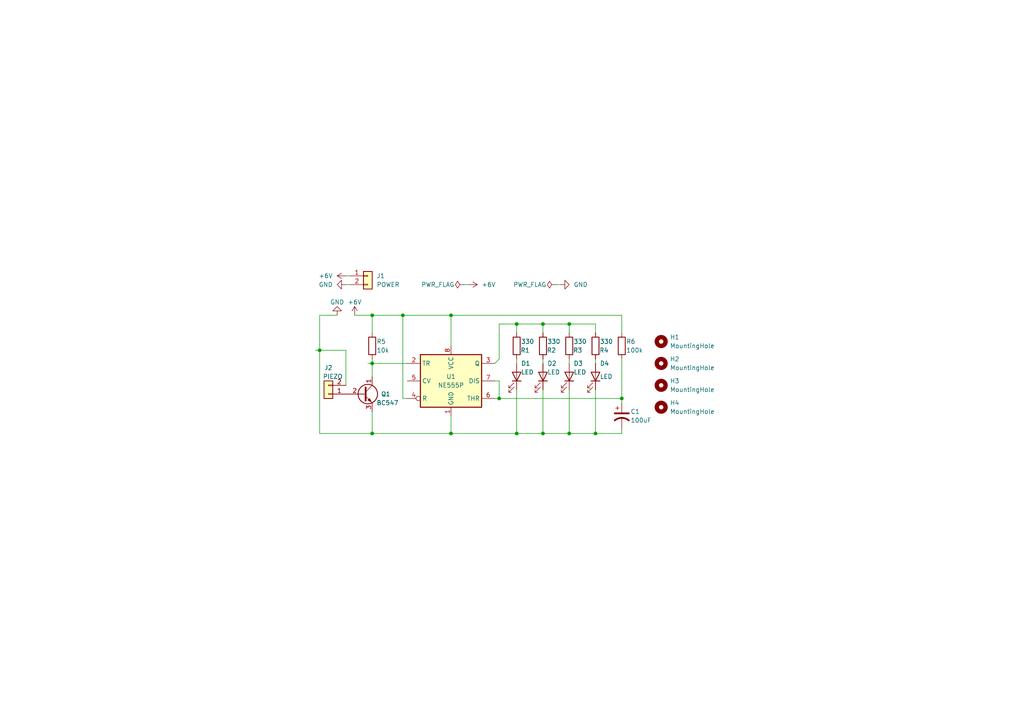
<source format=kicad_sch>
(kicad_sch (version 20211123) (generator eeschema)
  (paper "A4")
  (lib_symbols
    (symbol "Connector_Generic:Conn_01x02" (pin_names (offset 1.016) hide)
      (property "Reference" "J" (at 0 2.54 0))
      (property "Value" "Conn_01x02" (at 0 -5.08 0))
      (symbol "Conn_01x02_1_1"
        (rectangle (start -1.27 -2.413) (end 0 -2.667) (stroke (width 0.1524)))
        (rectangle (start -1.27 0.127) (end 0 -0.127) (stroke (width 0.1524)))
        (rectangle (start -1.27 1.27) (end 1.27 -3.81) (stroke (width 0.254)) (fill (type background)))
        (pin passive line (at -5.08 0 0) (length 3.81) (name "Pin_1") (number "1"))
        (pin passive line (at -5.08 -2.54 0) (length 3.81) (name "Pin_2") (number "2"))
      )
    )
    (symbol "Device:C_Polarized_US" (pin_numbers hide) (pin_names (offset 0.254) hide)
      (property "Reference" "C" (at 0.635 2.54 0))
      (property "Value" "C_Polarized_US" (at 0.635 -2.54 0))
      (symbol "C_Polarized_US_0_1"
        (polyline (pts (xy -2.032 0.762) (xy 2.032 0.762)) (stroke (width 0.508)))
        (polyline (pts (xy -1.778 2.286) (xy -0.762 2.286)))
        (polyline (pts (xy -1.27 1.778) (xy -1.27 2.794)))
        (arc (start 2.032 -1.27) (mid 0 -0.5572) (end -2.032 -1.27) (stroke (width 0.508)))
      )
      (symbol "C_Polarized_US_1_1"
        (pin passive line (at 0 3.81 270) (length 2.794) (name "~") (number "1"))
        (pin passive line (at 0 -3.81 90) (length 3.302) (name "~") (number "2"))
      )
    )
    (symbol "Device:LED" (pin_numbers hide) (pin_names (offset 1.016) hide)
      (property "Reference" "D" (at 0 2.54 0))
      (property "Value" "LED" (at 0 -2.54 0))
      (symbol "LED_0_1"
        (polyline (pts (xy -1.27 -1.27) (xy -1.27 1.27)) (stroke (width 0.254)))
        (polyline (pts (xy -1.27 0) (xy 1.27 0)))
        (polyline (pts (xy 1.27 -1.27) (xy 1.27 1.27) (xy -1.27 0) (xy 1.27 -1.27)) (stroke (width 0.254)))
        (polyline (pts (xy -3.048 -0.762) (xy -4.572 -2.286) (xy -3.81 -2.286) (xy -4.572 -2.286) (xy -4.572 -1.524)))
        (polyline (pts (xy -1.778 -0.762) (xy -3.302 -2.286) (xy -2.54 -2.286) (xy -3.302 -2.286) (xy -3.302 -1.524)))
      )
      (symbol "LED_1_1"
        (pin passive line (at -3.81 0 0) (length 2.54) (name "K") (number "1"))
        (pin passive line (at 3.81 0 180) (length 2.54) (name "A") (number "2"))
      )
    )
    (symbol "Device:R" (pin_numbers hide) (pin_names (offset 0))
      (property "Reference" "R" (at 2.032 0 90))
      (property "Value" "R" (at 0 0 90))
      (symbol "R_0_1"
        (rectangle (start -1.016 -2.54) (end 1.016 2.54) (stroke (width 0.254)))
      )
      (symbol "R_1_1"
        (pin passive line (at 0 3.81 270) (length 1.27) (name "~") (number "1"))
        (pin passive line (at 0 -3.81 90) (length 1.27) (name "~") (number "2"))
      )
    )
    (symbol "Mechanical:MountingHole" (pin_names (offset 1.016))
      (property "Reference" "H" (at 0 5.08 0))
      (property "Value" "MountingHole" (at 0 3.175 0))
      (symbol "MountingHole_0_1"
        (circle (center 0 0) (radius 1.27) (stroke (width 1.27)))
      )
    )
    (symbol "Timer:NE555P"
      (property "Reference" "U" (at -10.16 8.89 0))
      (property "Value" "NE555P" (at 2.54 8.89 0))
      (symbol "NE555P_0_0"
        (pin power_in line (at 0 -10.16 90) (length 2.54) (name "GND") (number "1"))
        (pin power_in line (at 0 10.16 270) (length 2.54) (name "VCC") (number "8"))
      )
      (symbol "NE555P_0_1"
        (rectangle (start -8.89 -7.62) (end 8.89 7.62) (stroke (width 0.254)) (fill (type background)))
        (rectangle (start -8.89 -7.62) (end 8.89 7.62) (stroke (width 0.254)) (fill (type background)))
      )
      (symbol "NE555P_1_1"
        (pin input line (at -12.7 5.08 0) (length 3.81) (name "TR") (number "2"))
        (pin output line (at 12.7 5.08 180) (length 3.81) (name "Q") (number "3"))
        (pin input inverted (at -12.7 -5.08 0) (length 3.81) (name "R") (number "4"))
        (pin input line (at -12.7 0 0) (length 3.81) (name "CV") (number "5"))
        (pin input line (at 12.7 -5.08 180) (length 3.81) (name "THR") (number "6"))
        (pin input line (at 12.7 0 180) (length 3.81) (name "DIS") (number "7"))
      )
    )
    (symbol "Transistor_BJT:BC547" (pin_names (offset 0) hide)
      (property "Reference" "Q" (at 5.08 1.905 0))
      (property "Value" "BC547" (at 5.08 0 0))
      (symbol "BC547_0_1"
        (polyline (pts (xy 0 0) (xy 0.635 0)))
        (polyline (pts (xy 0.635 0.635) (xy 2.54 2.54)))
        (polyline (pts (xy 0.635 -0.635) (xy 2.54 -2.54) (xy 2.54 -2.54)))
        (polyline (pts (xy 0.635 1.905) (xy 0.635 -1.905) (xy 0.635 -1.905)) (stroke (width 0.508)))
        (polyline (pts (xy 1.27 -1.778) (xy 1.778 -1.27) (xy 2.286 -2.286) (xy 1.27 -1.778) (xy 1.27 -1.778)) (fill (type outline)))
        (circle (center 1.27 0) (radius 2.8194) (stroke (width 0.254)))
      )
      (symbol "BC547_1_1"
        (pin passive line (at 2.54 5.08 270) (length 2.54) (name "C") (number "1"))
        (pin input line (at -5.08 0 0) (length 5.08) (name "B") (number "2"))
        (pin passive line (at 2.54 -5.08 90) (length 2.54) (name "E") (number "3"))
      )
    )
    (symbol "power:+6V" (power) (pin_names (offset 0))
      (property "Value" "+6V" (at 0 3.556 0))
      (symbol "+6V_0_1"
        (polyline (pts (xy -0.762 1.27) (xy 0 2.54)))
        (polyline (pts (xy 0 0) (xy 0 2.54)))
        (polyline (pts (xy 0 2.54) (xy 0.762 1.27)))
      )
      (symbol "+6V_1_1"
        (pin power_in line (at 0 0 90) (length 0) hide (name "+6V") (number "1"))
      )
    )
    (symbol "power:GND" (power) (pin_names (offset 0))
      (property "Value" "GND" (at 0 -3.81 0))
      (symbol "GND_0_1"
        (polyline (pts (xy 0 0) (xy 0 -1.27) (xy 1.27 -1.27) (xy 0 -2.54) (xy -1.27 -1.27) (xy 0 -1.27)))
      )
      (symbol "GND_1_1"
        (pin power_in line (at 0 0 270) (length 0) hide (name "GND") (number "1"))
      )
    )
    (symbol "power:PWR_FLAG" (power) (pin_numbers hide) (pin_names (offset 0) hide)
      (property "Value" "PWR_FLAG" (at 0 3.81 0))
      (symbol "PWR_FLAG_0_0"
        (pin power_out line (at 0 0 90) (length 0) (name "pwr") (number "1"))
      )
      (symbol "PWR_FLAG_0_1"
        (polyline (pts (xy 0 0) (xy 0 1.27) (xy -1.016 1.905) (xy 0 2.54) (xy 1.016 1.905) (xy 0 1.27)))
      )
    )
  )
  (junction (at 149.86 93.98))
  (junction (at 149.86 125.73))
  (junction (at 130.81 125.73))
  (junction (at 157.48 93.98))
  (junction (at 107.95 91.44))
  (junction (at 165.1 93.98))
  (junction (at 130.81 91.44))
  (junction (at 144.78 115.57))
  (junction (at 107.95 105.41))
  (junction (at 92.71 101.6))
  (junction (at 180.34 115.57))
  (junction (at 157.48 125.73))
  (junction (at 165.1 125.73))
  (junction (at 116.84 91.44))
  (junction (at 172.72 125.73))
  (junction (at 107.95 125.73))
  (wire (pts (xy 92.71 91.44) (xy 92.71 101.6)))
  (wire (pts (xy 165.1 93.98) (xy 172.72 93.98)))
  (wire (pts (xy 144.78 93.98) (xy 149.86 93.98)))
  (wire (pts (xy 149.86 93.98) (xy 149.86 96.52)))
  (wire (pts (xy 92.71 125.73) (xy 107.95 125.73)))
  (wire (pts (xy 144.78 115.57) (xy 180.34 115.57)))
  (wire (pts (xy 143.51 105.41) (xy 144.78 104.14)))
  (wire (pts (xy 165.1 125.73) (xy 172.72 125.73)))
  (wire (pts (xy 107.95 91.44) (xy 116.84 91.44)))
  (wire (pts (xy 107.95 105.41) (xy 107.95 109.22)))
  (wire (pts (xy 130.81 125.73) (xy 149.86 125.73)))
  (wire (pts (xy 157.48 113.03) (xy 157.48 125.73)))
  (wire (pts (xy 143.51 110.49) (xy 144.78 110.49)))
  (wire (pts (xy 116.84 91.44) (xy 130.81 91.44)))
  (wire (pts (xy 172.72 93.98) (xy 172.72 96.52)))
  (wire (pts (xy 100.33 82.55) (xy 101.6 82.55)))
  (wire (pts (xy 172.72 113.03) (xy 172.72 125.73)))
  (wire (pts (xy 165.1 93.98) (xy 165.1 96.52)))
  (wire (pts (xy 157.48 104.14) (xy 157.48 105.41)))
  (wire (pts (xy 144.78 104.14) (xy 144.78 93.98)))
  (wire (pts (xy 130.81 91.44) (xy 130.81 100.33)))
  (wire (pts (xy 157.48 93.98) (xy 165.1 93.98)))
  (wire (pts (xy 106.68 105.41) (xy 107.95 105.41)))
  (wire (pts (xy 92.71 91.44) (xy 97.79 91.44)))
  (wire (pts (xy 107.95 119.38) (xy 107.95 125.73)))
  (wire (pts (xy 116.84 115.57) (xy 116.84 91.44)))
  (wire (pts (xy 149.86 125.73) (xy 157.48 125.73)))
  (wire (pts (xy 180.34 104.14) (xy 180.34 115.57)))
  (wire (pts (xy 165.1 104.14) (xy 165.1 105.41)))
  (wire (pts (xy 172.72 125.73) (xy 180.34 125.73)))
  (wire (pts (xy 130.81 91.44) (xy 180.34 91.44)))
  (wire (pts (xy 144.78 110.49) (xy 144.78 115.57)))
  (wire (pts (xy 107.95 125.73) (xy 130.81 125.73)))
  (wire (pts (xy 161.29 82.55) (xy 162.56 82.55)))
  (wire (pts (xy 107.95 91.44) (xy 107.95 96.52)))
  (wire (pts (xy 100.33 101.6) (xy 100.33 111.76)))
  (wire (pts (xy 157.48 93.98) (xy 157.48 96.52)))
  (wire (pts (xy 92.71 101.6) (xy 100.33 101.6)))
  (wire (pts (xy 149.86 113.03) (xy 149.86 125.73)))
  (wire (pts (xy 107.95 105.41) (xy 118.11 105.41)))
  (wire (pts (xy 130.81 120.65) (xy 130.81 125.73)))
  (wire (pts (xy 134.62 82.55) (xy 135.89 82.55)))
  (wire (pts (xy 118.11 115.57) (xy 116.84 115.57)))
  (wire (pts (xy 180.34 124.46) (xy 180.34 125.73)))
  (wire (pts (xy 149.86 104.14) (xy 149.86 105.41)))
  (wire (pts (xy 180.34 91.44) (xy 180.34 96.52)))
  (wire (pts (xy 180.34 115.57) (xy 180.34 116.84)))
  (wire (pts (xy 165.1 113.03) (xy 165.1 125.73)))
  (wire (pts (xy 143.51 115.57) (xy 144.78 115.57)))
  (wire (pts (xy 157.48 125.73) (xy 165.1 125.73)))
  (wire (pts (xy 92.71 101.6) (xy 92.71 125.73)))
  (wire (pts (xy 149.86 93.98) (xy 157.48 93.98)))
  (wire (pts (xy 102.87 91.44) (xy 107.95 91.44)))
  (wire (pts (xy 107.95 104.14) (xy 107.95 105.41)))
  (wire (pts (xy 172.72 104.14) (xy 172.72 105.41)))
  (wire (pts (xy 100.33 80.01) (xy 101.6 80.01)))
  (wire (pts (xy 91.44 101.6) (xy 92.71 101.6)))
  (symbol (lib_id "Device:C_Polarized_US") (at 180.34 120.65 0) (unit 1)
    (property "Reference" "C1" (at 182.88 119.38 0) (effects (justify left)))
    (property "Value" "100uF" (at 182.88 121.92 0) (effects (justify left)))
    (property "Footprint" "Capacitor_THT:C_Radial_D8.0mm_H11.5mm_P3.50mm" (effects hide))
  )
  (symbol (lib_id "power:GND") (at 97.79 91.44 180) (unit 1)
    (property "Reference" "#PWR01" (effects hide))
    (property "Value" "GND" (at 97.79 87.63 0))
  )
  (symbol (lib_id "Mechanical:MountingHole") (at 191.77 118.11 0) (unit 1)
    (property "Reference" "H4" (at 194.31 116.8399 0) (effects (justify left)))
    (property "Value" "MountingHole" (at 194.31 119.3799 0) (effects (justify left)))
    (property "Footprint" "MountingHole:MountingHole_2.5mm" (effects hide))
  )
  (symbol (lib_id "power:PWR_FLAG") (at 161.29 82.55 90) (unit 1)
    (property "Reference" "#FLG02" (effects hide))
    (property "Value" "PWR_FLAG" (at 153.67 82.55 90))
  )
  (symbol (lib_id "power:GND") (at 100.33 82.55 270) (unit 1)
    (property "Reference" "#PWR06" (effects hide))
    (property "Value" "GND" (at 96.52 82.55 90) (effects (justify right)))
  )
  (symbol (lib_id "Device:R") (at 149.86 100.33 0) (unit 1)
    (property "Reference" "R1" (at 153.67 101.6 0) (effects (justify right)))
    (property "Value" "330" (at 154.94 99.06 0) (effects (justify right)))
    (property "Footprint" "Resistor_THT:R_Axial_DIN0207_L6.3mm_D2.5mm_P10.16mm_Horizontal" (effects hide))
  )
  (symbol (lib_id "Connector_Generic:Conn_01x02") (at 106.68 80.01 0) (unit 1)
    (property "Reference" "J1" (at 109.22 80.0099 0) (effects (justify left)))
    (property "Value" "POWER" (at 109.22 82.5499 0) (effects (justify left)))
    (property "Footprint" "Connector_PinHeader_2.54mm:PinHeader_1x02_P2.54mm_Horizontal" (effects hide))
  )
  (symbol (lib_id "Device:LED") (at 157.48 109.22 270) (mirror x) (unit 1)
    (property "Reference" "D2" (at 158.75 105.41 90) (effects (justify left)))
    (property "Value" "LED" (at 158.75 107.95 90) (effects (justify left)))
    (property "Footprint" "LED_THT:LED_D5.0mm" (effects hide))
  )
  (symbol (lib_id "Device:LED") (at 149.86 109.22 270) (mirror x) (unit 1)
    (property "Reference" "D1" (at 151.13 105.41 90) (effects (justify left)))
    (property "Value" "LED" (at 151.13 107.95 90) (effects (justify left)))
    (property "Footprint" "LED_THT:LED_D5.0mm" (effects hide))
  )
  (symbol (lib_id "Mechanical:MountingHole") (at 191.77 111.76 0) (unit 1)
    (property "Reference" "H3" (at 194.31 110.4899 0) (effects (justify left)))
    (property "Value" "MountingHole" (at 194.31 113.0299 0) (effects (justify left)))
    (property "Footprint" "MountingHole:MountingHole_2.5mm" (effects hide))
  )
  (symbol (lib_id "Device:LED") (at 165.1 109.22 270) (mirror x) (unit 1)
    (property "Reference" "D3" (at 166.37 105.41 90) (effects (justify left)))
    (property "Value" "LED" (at 166.37 107.95 90) (effects (justify left)))
    (property "Footprint" "LED_THT:LED_D5.0mm" (effects hide))
  )
  (symbol (lib_id "Device:LED") (at 172.72 109.22 270) (mirror x) (unit 1)
    (property "Reference" "D4" (at 173.99 105.41 90) (effects (justify left)))
    (property "Value" "LED" (at 173.99 109.22 90) (effects (justify left)))
    (property "Footprint" "LED_THT:LED_D5.0mm" (effects hide))
  )
  (symbol (lib_id "power:PWR_FLAG") (at 134.62 82.55 90) (unit 1)
    (property "Reference" "#FLG01" (effects hide))
    (property "Value" "PWR_FLAG" (at 127 82.55 90))
  )
  (symbol (lib_id "power:+6V") (at 102.87 91.44 0) (unit 1)
    (property "Reference" "#PWR02" (effects hide))
    (property "Value" "+6V" (at 102.87 87.63 0))
  )
  (symbol (lib_id "power:+6V") (at 135.89 82.55 270) (unit 1)
    (property "Reference" "#PWR03" (effects hide))
    (property "Value" "+6V" (at 139.7 82.55 90) (effects (justify left)))
  )
  (symbol (lib_id "Mechanical:MountingHole") (at 191.77 99.06 0) (unit 1)
    (property "Reference" "H1" (at 194.31 97.7899 0) (effects (justify left)))
    (property "Value" "MountingHole" (at 194.31 100.3299 0) (effects (justify left)))
    (property "Footprint" "MountingHole:MountingHole_2.5mm" (effects hide))
  )
  (symbol (lib_id "Device:R") (at 157.48 100.33 0) (unit 1)
    (property "Reference" "R2" (at 161.29 101.6 0) (effects (justify right)))
    (property "Value" "330" (at 162.56 99.06 0) (effects (justify right)))
    (property "Footprint" "Resistor_THT:R_Axial_DIN0207_L6.3mm_D2.5mm_P10.16mm_Horizontal" (effects hide))
  )
  (symbol (lib_id "Connector_Generic:Conn_01x02") (at 95.25 114.3 180) (unit 1)
    (property "Reference" "J2" (at 95.25 106.68 0))
    (property "Value" "PIEZO" (at 96.52 109.22 0))
    (property "Footprint" "Connector_PinHeader_2.54mm:PinHeader_1x02_P2.54mm_Horizontal" (effects hide))
  )
  (symbol (lib_id "Device:R") (at 107.95 100.33 180) (unit 1)
    (property "Reference" "R5" (at 109.22 99.06 0) (effects (justify right)))
    (property "Value" "10k" (at 109.22 101.6 0) (effects (justify right)))
    (property "Footprint" "Resistor_THT:R_Axial_DIN0207_L6.3mm_D2.5mm_P10.16mm_Horizontal" (effects hide))
  )
  (symbol (lib_id "Device:R") (at 172.72 100.33 0) (unit 1)
    (property "Reference" "R4" (at 176.53 101.6 0) (effects (justify right)))
    (property "Value" "330" (at 177.8 99.06 0) (effects (justify right)))
    (property "Footprint" "Resistor_THT:R_Axial_DIN0207_L6.3mm_D2.5mm_P10.16mm_Horizontal" (effects hide))
  )
  (symbol (lib_id "Device:R") (at 180.34 100.33 0) (unit 1)
    (property "Reference" "R6" (at 181.61 99.06 0) (effects (justify left)))
    (property "Value" "100k" (at 181.61 101.6 0) (effects (justify left)))
    (property "Footprint" "Resistor_THT:R_Axial_DIN0207_L6.3mm_D2.5mm_P10.16mm_Horizontal" (effects hide))
  )
  (symbol (lib_id "Mechanical:MountingHole") (at 191.77 105.41 0) (unit 1)
    (property "Reference" "H2" (at 194.31 104.1399 0) (effects (justify left)))
    (property "Value" "MountingHole" (at 194.31 106.6799 0) (effects (justify left)))
    (property "Footprint" "MountingHole:MountingHole_2.5mm" (effects hide))
  )
  (symbol (lib_id "power:GND") (at 162.56 82.55 90) (unit 1)
    (property "Reference" "#PWR04" (effects hide))
    (property "Value" "GND" (at 166.37 82.55 90) (effects (justify right)))
  )
  (symbol (lib_id "Transistor_BJT:BC547") (at 105.41 114.3 0) (unit 1)
    (property "Reference" "Q1" (at 110.49 114.3 0) (effects (justify left)))
    (property "Value" "BC547" (at 109.22 116.84 0) (effects (justify left)))
    (property "Footprint" "Package_TO_SOT_THT:TO-92_Inline_Wide" (effects hide))
    (property "Datasheet" "https://www.onsemi.com/pub/Collateral/BC550-D.pdf" (effects hide))
  )
  (symbol (lib_id "Timer:NE555P") (at 130.81 110.49 0) (unit 1)
    (property "Reference" "U1" (at 130.81 109.22 0))
    (property "Value" "NE555P" (at 130.81 111.76 0))
    (property "Footprint" "Package_DIP:DIP-8_W7.62mm" (effects hide))
    (property "Datasheet" "http://www.ti.com/lit/ds/symlink/ne555.pdf" (effects hide))
  )
  (symbol (lib_id "Device:R") (at 165.1 100.33 0) (unit 1)
    (property "Reference" "R3" (at 168.91 101.6 0) (effects (justify right)))
    (property "Value" "330" (at 170.18 99.06 0) (effects (justify right)))
    (property "Footprint" "Resistor_THT:R_Axial_DIN0207_L6.3mm_D2.5mm_P10.16mm_Horizontal" (effects hide))
  )
  (symbol (lib_id "power:+6V") (at 100.33 80.01 90) (unit 1)
    (property "Reference" "#PWR05" (effects hide))
    (property "Value" "+6V" (at 96.52 80.01 90) (effects (justify left)))
  )
)
</source>
